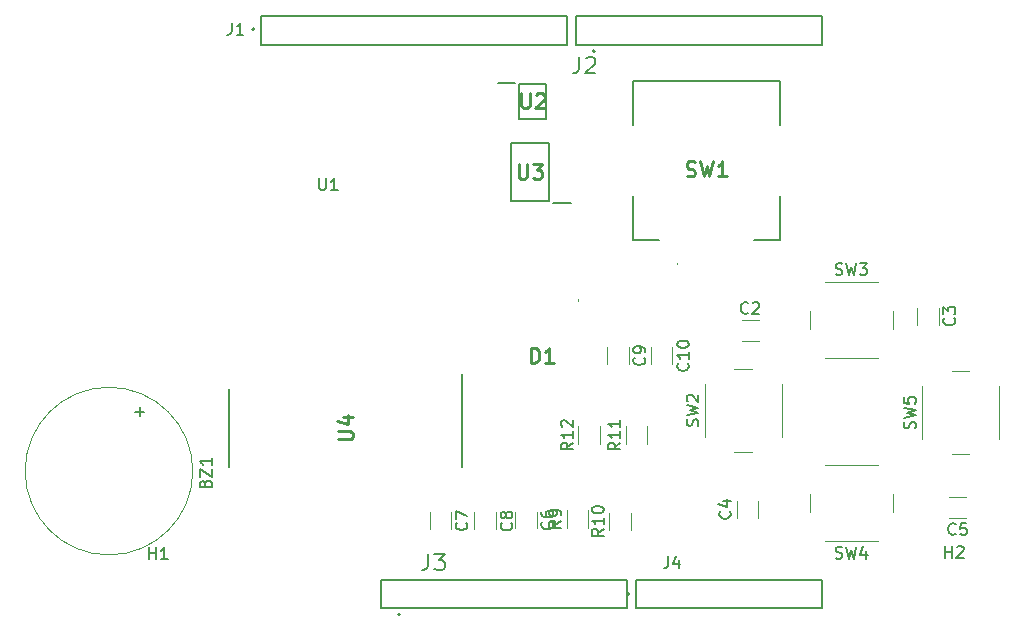
<source format=gbr>
%TF.GenerationSoftware,KiCad,Pcbnew,(5.1.10)-1*%
%TF.CreationDate,2021-12-06T12:22:38-06:00*%
%TF.ProjectId,FPGA-Shield,46504741-2d53-4686-9965-6c642e6b6963,rev?*%
%TF.SameCoordinates,Original*%
%TF.FileFunction,Legend,Top*%
%TF.FilePolarity,Positive*%
%FSLAX46Y46*%
G04 Gerber Fmt 4.6, Leading zero omitted, Abs format (unit mm)*
G04 Created by KiCad (PCBNEW (5.1.10)-1) date 2021-12-06 12:22:38*
%MOMM*%
%LPD*%
G01*
G04 APERTURE LIST*
%ADD10C,0.120000*%
%ADD11C,0.100000*%
%ADD12C,0.200000*%
%ADD13C,0.150000*%
%ADD14C,0.254000*%
G04 APERTURE END LIST*
D10*
%TO.C,R12*%
X138890000Y-75977064D02*
X138890000Y-74522936D01*
X140710000Y-75977064D02*
X140710000Y-74522936D01*
%TO.C,R11*%
X142890000Y-75977064D02*
X142890000Y-74522936D01*
X144710000Y-75977064D02*
X144710000Y-74522936D01*
%TO.C,R10*%
X141490000Y-83277064D02*
X141490000Y-81822936D01*
X143310000Y-83277064D02*
X143310000Y-81822936D01*
%TO.C,R9*%
X137890000Y-83077064D02*
X137890000Y-81622936D01*
X139710000Y-83077064D02*
X139710000Y-81622936D01*
%TO.C,C10*%
X146860000Y-67826248D02*
X146860000Y-69248752D01*
X145040000Y-67826248D02*
X145040000Y-69248752D01*
%TO.C,C9*%
X143160000Y-67826248D02*
X143160000Y-69248752D01*
X141340000Y-67826248D02*
X141340000Y-69248752D01*
%TO.C,C8*%
X131910000Y-81798748D02*
X131910000Y-83221252D01*
X130090000Y-81798748D02*
X130090000Y-83221252D01*
%TO.C,C7*%
X128110000Y-81788748D02*
X128110000Y-83211252D01*
X126290000Y-81788748D02*
X126290000Y-83211252D01*
%TO.C,C6*%
X135360000Y-81726248D02*
X135360000Y-83148752D01*
X133540000Y-81726248D02*
X133540000Y-83148752D01*
%TO.C,C5*%
X171711252Y-82310000D02*
X170288748Y-82310000D01*
X171711252Y-80490000D02*
X170288748Y-80490000D01*
%TO.C,C4*%
X152290000Y-82248752D02*
X152290000Y-80826248D01*
X154110000Y-82248752D02*
X154110000Y-80826248D01*
%TO.C,C3*%
X169410000Y-64476248D02*
X169410000Y-65898752D01*
X167590000Y-64476248D02*
X167590000Y-65898752D01*
%TO.C,C2*%
X152726248Y-65490000D02*
X154148752Y-65490000D01*
X152726248Y-67310000D02*
X154148752Y-67310000D01*
D11*
%TO.C,SW1*%
X147250000Y-60700000D02*
X147250000Y-60700000D01*
X147250000Y-60800000D02*
X147250000Y-60800000D01*
D12*
X143550000Y-55000000D02*
X143550000Y-58700000D01*
X143550000Y-58700000D02*
X145750000Y-58700000D01*
X155950000Y-55000000D02*
X155950000Y-58700000D01*
X155950000Y-58700000D02*
X153750000Y-58700000D01*
X143550000Y-49000000D02*
X143550000Y-45300000D01*
X143550000Y-45300000D02*
X155950000Y-45300000D01*
X155950000Y-45300000D02*
X155950000Y-49000000D01*
D11*
X147250000Y-60700000D02*
G75*
G02*
X147250000Y-60800000I0J-50000D01*
G01*
X147250000Y-60800000D02*
G75*
G02*
X147250000Y-60700000I0J50000D01*
G01*
D10*
%TO.C,BZ1*%
X106250000Y-78300000D02*
G75*
G03*
X106250000Y-78300000I-7100000J0D01*
G01*
D11*
%TO.C,D1*%
X138895000Y-63900000D02*
X138895000Y-63900000D01*
X138895000Y-63800000D02*
X138895000Y-63800000D01*
X138895000Y-63900000D02*
G75*
G02*
X138895000Y-63800000I0J50000D01*
G01*
X138895000Y-63800000D02*
G75*
G02*
X138895000Y-63900000I0J-50000D01*
G01*
D10*
%TO.C,SW2*%
X156100000Y-75400000D02*
X156100000Y-70900000D01*
X152100000Y-76650000D02*
X153600000Y-76650000D01*
X149600000Y-70900000D02*
X149600000Y-75400000D01*
X153600000Y-69650000D02*
X152100000Y-69650000D01*
%TO.C,SW3*%
X165500000Y-66250000D02*
X165500000Y-64750000D01*
X164250000Y-62250000D02*
X159750000Y-62250000D01*
X158500000Y-64750000D02*
X158500000Y-66250000D01*
X159750000Y-68750000D02*
X164250000Y-68750000D01*
%TO.C,SW4*%
X158500000Y-80250000D02*
X158500000Y-81750000D01*
X159750000Y-84250000D02*
X164250000Y-84250000D01*
X165500000Y-81750000D02*
X165500000Y-80250000D01*
X164250000Y-77750000D02*
X159750000Y-77750000D01*
%TO.C,SW5*%
X174500000Y-75600000D02*
X174500000Y-71100000D01*
X170500000Y-76850000D02*
X172000000Y-76850000D01*
X168000000Y-71100000D02*
X168000000Y-75600000D01*
X172000000Y-69850000D02*
X170500000Y-69850000D01*
D12*
%TO.C,U2*%
X132100000Y-45450000D02*
X133500000Y-45450000D01*
X133850000Y-48500000D02*
X133850000Y-45500000D01*
X136150000Y-48500000D02*
X133850000Y-48500000D01*
X136150000Y-45500000D02*
X136150000Y-48500000D01*
X133850000Y-45500000D02*
X136150000Y-45500000D01*
%TO.C,U3*%
X136400000Y-55450000D02*
X133200000Y-55450000D01*
X133200000Y-55450000D02*
X133200000Y-50550000D01*
X133200000Y-50550000D02*
X136400000Y-50550000D01*
X136400000Y-50550000D02*
X136400000Y-55450000D01*
X138275000Y-55580000D02*
X136750000Y-55580000D01*
%TO.C,U4*%
X129045000Y-70115000D02*
X129045000Y-77950000D01*
X109355000Y-71350000D02*
X109355000Y-77950000D01*
%TO.C,J1*%
X111469900Y-40900000D02*
G75*
G03*
X111469900Y-40900000I-100000J0D01*
G01*
X137924900Y-39795000D02*
X137924900Y-42205000D01*
X137924900Y-42205000D02*
X112014900Y-42205000D01*
X112014900Y-39795000D02*
X137924900Y-39795000D01*
X112014900Y-42205000D02*
X112014900Y-39795000D01*
%TO.C,J2*%
X138685000Y-39795000D02*
X159515000Y-39795000D01*
X159515000Y-39795000D02*
X159515000Y-42205000D01*
X159515000Y-42205000D02*
X138685000Y-42205000D01*
X138685000Y-42205000D02*
X138685000Y-39795000D01*
X140310000Y-42750000D02*
G75*
G03*
X140310000Y-42750000I-100000J0D01*
G01*
%TO.C,J3*%
X123820200Y-90450000D02*
G75*
G03*
X123820200Y-90450000I-100000J0D01*
G01*
X122195200Y-89905000D02*
X122195200Y-87495000D01*
X143025200Y-89905000D02*
X122195200Y-89905000D01*
X143025200Y-87495000D02*
X143025200Y-89905000D01*
X122195200Y-87495000D02*
X143025200Y-87495000D01*
%TO.C,J4*%
X143250000Y-88700000D02*
G75*
G03*
X143250000Y-88700000I-100000J0D01*
G01*
X143775000Y-89905000D02*
X143775000Y-87495000D01*
X159525000Y-89905000D02*
X143775000Y-89905000D01*
X159525000Y-87495000D02*
X159525000Y-89905000D01*
X143775000Y-87495000D02*
X159525000Y-87495000D01*
%TO.C,U1*%
D13*
X116938095Y-53502380D02*
X116938095Y-54311904D01*
X116985714Y-54407142D01*
X117033333Y-54454761D01*
X117128571Y-54502380D01*
X117319047Y-54502380D01*
X117414285Y-54454761D01*
X117461904Y-54407142D01*
X117509523Y-54311904D01*
X117509523Y-53502380D01*
X118509523Y-54502380D02*
X117938095Y-54502380D01*
X118223809Y-54502380D02*
X118223809Y-53502380D01*
X118128571Y-53645238D01*
X118033333Y-53740476D01*
X117938095Y-53788095D01*
%TO.C,H2*%
X169938095Y-85652380D02*
X169938095Y-84652380D01*
X169938095Y-85128571D02*
X170509523Y-85128571D01*
X170509523Y-85652380D02*
X170509523Y-84652380D01*
X170938095Y-84747619D02*
X170985714Y-84700000D01*
X171080952Y-84652380D01*
X171319047Y-84652380D01*
X171414285Y-84700000D01*
X171461904Y-84747619D01*
X171509523Y-84842857D01*
X171509523Y-84938095D01*
X171461904Y-85080952D01*
X170890476Y-85652380D01*
X171509523Y-85652380D01*
%TO.C,H1*%
X102538095Y-85752380D02*
X102538095Y-84752380D01*
X102538095Y-85228571D02*
X103109523Y-85228571D01*
X103109523Y-85752380D02*
X103109523Y-84752380D01*
X104109523Y-85752380D02*
X103538095Y-85752380D01*
X103823809Y-85752380D02*
X103823809Y-84752380D01*
X103728571Y-84895238D01*
X103633333Y-84990476D01*
X103538095Y-85038095D01*
%TO.C,R12*%
X138432380Y-75892857D02*
X137956190Y-76226190D01*
X138432380Y-76464285D02*
X137432380Y-76464285D01*
X137432380Y-76083333D01*
X137480000Y-75988095D01*
X137527619Y-75940476D01*
X137622857Y-75892857D01*
X137765714Y-75892857D01*
X137860952Y-75940476D01*
X137908571Y-75988095D01*
X137956190Y-76083333D01*
X137956190Y-76464285D01*
X138432380Y-74940476D02*
X138432380Y-75511904D01*
X138432380Y-75226190D02*
X137432380Y-75226190D01*
X137575238Y-75321428D01*
X137670476Y-75416666D01*
X137718095Y-75511904D01*
X137527619Y-74559523D02*
X137480000Y-74511904D01*
X137432380Y-74416666D01*
X137432380Y-74178571D01*
X137480000Y-74083333D01*
X137527619Y-74035714D01*
X137622857Y-73988095D01*
X137718095Y-73988095D01*
X137860952Y-74035714D01*
X138432380Y-74607142D01*
X138432380Y-73988095D01*
%TO.C,R11*%
X142432380Y-75892857D02*
X141956190Y-76226190D01*
X142432380Y-76464285D02*
X141432380Y-76464285D01*
X141432380Y-76083333D01*
X141480000Y-75988095D01*
X141527619Y-75940476D01*
X141622857Y-75892857D01*
X141765714Y-75892857D01*
X141860952Y-75940476D01*
X141908571Y-75988095D01*
X141956190Y-76083333D01*
X141956190Y-76464285D01*
X142432380Y-74940476D02*
X142432380Y-75511904D01*
X142432380Y-75226190D02*
X141432380Y-75226190D01*
X141575238Y-75321428D01*
X141670476Y-75416666D01*
X141718095Y-75511904D01*
X142432380Y-73988095D02*
X142432380Y-74559523D01*
X142432380Y-74273809D02*
X141432380Y-74273809D01*
X141575238Y-74369047D01*
X141670476Y-74464285D01*
X141718095Y-74559523D01*
%TO.C,R10*%
X141032380Y-83192857D02*
X140556190Y-83526190D01*
X141032380Y-83764285D02*
X140032380Y-83764285D01*
X140032380Y-83383333D01*
X140080000Y-83288095D01*
X140127619Y-83240476D01*
X140222857Y-83192857D01*
X140365714Y-83192857D01*
X140460952Y-83240476D01*
X140508571Y-83288095D01*
X140556190Y-83383333D01*
X140556190Y-83764285D01*
X141032380Y-82240476D02*
X141032380Y-82811904D01*
X141032380Y-82526190D02*
X140032380Y-82526190D01*
X140175238Y-82621428D01*
X140270476Y-82716666D01*
X140318095Y-82811904D01*
X140032380Y-81621428D02*
X140032380Y-81526190D01*
X140080000Y-81430952D01*
X140127619Y-81383333D01*
X140222857Y-81335714D01*
X140413333Y-81288095D01*
X140651428Y-81288095D01*
X140841904Y-81335714D01*
X140937142Y-81383333D01*
X140984761Y-81430952D01*
X141032380Y-81526190D01*
X141032380Y-81621428D01*
X140984761Y-81716666D01*
X140937142Y-81764285D01*
X140841904Y-81811904D01*
X140651428Y-81859523D01*
X140413333Y-81859523D01*
X140222857Y-81811904D01*
X140127619Y-81764285D01*
X140080000Y-81716666D01*
X140032380Y-81621428D01*
%TO.C,R9*%
X137432380Y-82516666D02*
X136956190Y-82850000D01*
X137432380Y-83088095D02*
X136432380Y-83088095D01*
X136432380Y-82707142D01*
X136480000Y-82611904D01*
X136527619Y-82564285D01*
X136622857Y-82516666D01*
X136765714Y-82516666D01*
X136860952Y-82564285D01*
X136908571Y-82611904D01*
X136956190Y-82707142D01*
X136956190Y-83088095D01*
X137432380Y-82040476D02*
X137432380Y-81850000D01*
X137384761Y-81754761D01*
X137337142Y-81707142D01*
X137194285Y-81611904D01*
X137003809Y-81564285D01*
X136622857Y-81564285D01*
X136527619Y-81611904D01*
X136480000Y-81659523D01*
X136432380Y-81754761D01*
X136432380Y-81945238D01*
X136480000Y-82040476D01*
X136527619Y-82088095D01*
X136622857Y-82135714D01*
X136860952Y-82135714D01*
X136956190Y-82088095D01*
X137003809Y-82040476D01*
X137051428Y-81945238D01*
X137051428Y-81754761D01*
X137003809Y-81659523D01*
X136956190Y-81611904D01*
X136860952Y-81564285D01*
%TO.C,C10*%
X148157142Y-69180357D02*
X148204761Y-69227976D01*
X148252380Y-69370833D01*
X148252380Y-69466071D01*
X148204761Y-69608928D01*
X148109523Y-69704166D01*
X148014285Y-69751785D01*
X147823809Y-69799404D01*
X147680952Y-69799404D01*
X147490476Y-69751785D01*
X147395238Y-69704166D01*
X147300000Y-69608928D01*
X147252380Y-69466071D01*
X147252380Y-69370833D01*
X147300000Y-69227976D01*
X147347619Y-69180357D01*
X148252380Y-68227976D02*
X148252380Y-68799404D01*
X148252380Y-68513690D02*
X147252380Y-68513690D01*
X147395238Y-68608928D01*
X147490476Y-68704166D01*
X147538095Y-68799404D01*
X147252380Y-67608928D02*
X147252380Y-67513690D01*
X147300000Y-67418452D01*
X147347619Y-67370833D01*
X147442857Y-67323214D01*
X147633333Y-67275595D01*
X147871428Y-67275595D01*
X148061904Y-67323214D01*
X148157142Y-67370833D01*
X148204761Y-67418452D01*
X148252380Y-67513690D01*
X148252380Y-67608928D01*
X148204761Y-67704166D01*
X148157142Y-67751785D01*
X148061904Y-67799404D01*
X147871428Y-67847023D01*
X147633333Y-67847023D01*
X147442857Y-67799404D01*
X147347619Y-67751785D01*
X147300000Y-67704166D01*
X147252380Y-67608928D01*
%TO.C,C9*%
X144457142Y-68704166D02*
X144504761Y-68751785D01*
X144552380Y-68894642D01*
X144552380Y-68989880D01*
X144504761Y-69132738D01*
X144409523Y-69227976D01*
X144314285Y-69275595D01*
X144123809Y-69323214D01*
X143980952Y-69323214D01*
X143790476Y-69275595D01*
X143695238Y-69227976D01*
X143600000Y-69132738D01*
X143552380Y-68989880D01*
X143552380Y-68894642D01*
X143600000Y-68751785D01*
X143647619Y-68704166D01*
X144552380Y-68227976D02*
X144552380Y-68037500D01*
X144504761Y-67942261D01*
X144457142Y-67894642D01*
X144314285Y-67799404D01*
X144123809Y-67751785D01*
X143742857Y-67751785D01*
X143647619Y-67799404D01*
X143600000Y-67847023D01*
X143552380Y-67942261D01*
X143552380Y-68132738D01*
X143600000Y-68227976D01*
X143647619Y-68275595D01*
X143742857Y-68323214D01*
X143980952Y-68323214D01*
X144076190Y-68275595D01*
X144123809Y-68227976D01*
X144171428Y-68132738D01*
X144171428Y-67942261D01*
X144123809Y-67847023D01*
X144076190Y-67799404D01*
X143980952Y-67751785D01*
%TO.C,C8*%
X133207142Y-82676666D02*
X133254761Y-82724285D01*
X133302380Y-82867142D01*
X133302380Y-82962380D01*
X133254761Y-83105238D01*
X133159523Y-83200476D01*
X133064285Y-83248095D01*
X132873809Y-83295714D01*
X132730952Y-83295714D01*
X132540476Y-83248095D01*
X132445238Y-83200476D01*
X132350000Y-83105238D01*
X132302380Y-82962380D01*
X132302380Y-82867142D01*
X132350000Y-82724285D01*
X132397619Y-82676666D01*
X132730952Y-82105238D02*
X132683333Y-82200476D01*
X132635714Y-82248095D01*
X132540476Y-82295714D01*
X132492857Y-82295714D01*
X132397619Y-82248095D01*
X132350000Y-82200476D01*
X132302380Y-82105238D01*
X132302380Y-81914761D01*
X132350000Y-81819523D01*
X132397619Y-81771904D01*
X132492857Y-81724285D01*
X132540476Y-81724285D01*
X132635714Y-81771904D01*
X132683333Y-81819523D01*
X132730952Y-81914761D01*
X132730952Y-82105238D01*
X132778571Y-82200476D01*
X132826190Y-82248095D01*
X132921428Y-82295714D01*
X133111904Y-82295714D01*
X133207142Y-82248095D01*
X133254761Y-82200476D01*
X133302380Y-82105238D01*
X133302380Y-81914761D01*
X133254761Y-81819523D01*
X133207142Y-81771904D01*
X133111904Y-81724285D01*
X132921428Y-81724285D01*
X132826190Y-81771904D01*
X132778571Y-81819523D01*
X132730952Y-81914761D01*
%TO.C,C7*%
X129407142Y-82666666D02*
X129454761Y-82714285D01*
X129502380Y-82857142D01*
X129502380Y-82952380D01*
X129454761Y-83095238D01*
X129359523Y-83190476D01*
X129264285Y-83238095D01*
X129073809Y-83285714D01*
X128930952Y-83285714D01*
X128740476Y-83238095D01*
X128645238Y-83190476D01*
X128550000Y-83095238D01*
X128502380Y-82952380D01*
X128502380Y-82857142D01*
X128550000Y-82714285D01*
X128597619Y-82666666D01*
X128502380Y-82333333D02*
X128502380Y-81666666D01*
X129502380Y-82095238D01*
%TO.C,C6*%
X136657142Y-82604166D02*
X136704761Y-82651785D01*
X136752380Y-82794642D01*
X136752380Y-82889880D01*
X136704761Y-83032738D01*
X136609523Y-83127976D01*
X136514285Y-83175595D01*
X136323809Y-83223214D01*
X136180952Y-83223214D01*
X135990476Y-83175595D01*
X135895238Y-83127976D01*
X135800000Y-83032738D01*
X135752380Y-82889880D01*
X135752380Y-82794642D01*
X135800000Y-82651785D01*
X135847619Y-82604166D01*
X135752380Y-81747023D02*
X135752380Y-81937500D01*
X135800000Y-82032738D01*
X135847619Y-82080357D01*
X135990476Y-82175595D01*
X136180952Y-82223214D01*
X136561904Y-82223214D01*
X136657142Y-82175595D01*
X136704761Y-82127976D01*
X136752380Y-82032738D01*
X136752380Y-81842261D01*
X136704761Y-81747023D01*
X136657142Y-81699404D01*
X136561904Y-81651785D01*
X136323809Y-81651785D01*
X136228571Y-81699404D01*
X136180952Y-81747023D01*
X136133333Y-81842261D01*
X136133333Y-82032738D01*
X136180952Y-82127976D01*
X136228571Y-82175595D01*
X136323809Y-82223214D01*
%TO.C,C5*%
X170833333Y-83607142D02*
X170785714Y-83654761D01*
X170642857Y-83702380D01*
X170547619Y-83702380D01*
X170404761Y-83654761D01*
X170309523Y-83559523D01*
X170261904Y-83464285D01*
X170214285Y-83273809D01*
X170214285Y-83130952D01*
X170261904Y-82940476D01*
X170309523Y-82845238D01*
X170404761Y-82750000D01*
X170547619Y-82702380D01*
X170642857Y-82702380D01*
X170785714Y-82750000D01*
X170833333Y-82797619D01*
X171738095Y-82702380D02*
X171261904Y-82702380D01*
X171214285Y-83178571D01*
X171261904Y-83130952D01*
X171357142Y-83083333D01*
X171595238Y-83083333D01*
X171690476Y-83130952D01*
X171738095Y-83178571D01*
X171785714Y-83273809D01*
X171785714Y-83511904D01*
X171738095Y-83607142D01*
X171690476Y-83654761D01*
X171595238Y-83702380D01*
X171357142Y-83702380D01*
X171261904Y-83654761D01*
X171214285Y-83607142D01*
%TO.C,C4*%
X151707142Y-81704166D02*
X151754761Y-81751785D01*
X151802380Y-81894642D01*
X151802380Y-81989880D01*
X151754761Y-82132738D01*
X151659523Y-82227976D01*
X151564285Y-82275595D01*
X151373809Y-82323214D01*
X151230952Y-82323214D01*
X151040476Y-82275595D01*
X150945238Y-82227976D01*
X150850000Y-82132738D01*
X150802380Y-81989880D01*
X150802380Y-81894642D01*
X150850000Y-81751785D01*
X150897619Y-81704166D01*
X151135714Y-80847023D02*
X151802380Y-80847023D01*
X150754761Y-81085119D02*
X151469047Y-81323214D01*
X151469047Y-80704166D01*
%TO.C,C3*%
X170707142Y-65354166D02*
X170754761Y-65401785D01*
X170802380Y-65544642D01*
X170802380Y-65639880D01*
X170754761Y-65782738D01*
X170659523Y-65877976D01*
X170564285Y-65925595D01*
X170373809Y-65973214D01*
X170230952Y-65973214D01*
X170040476Y-65925595D01*
X169945238Y-65877976D01*
X169850000Y-65782738D01*
X169802380Y-65639880D01*
X169802380Y-65544642D01*
X169850000Y-65401785D01*
X169897619Y-65354166D01*
X169802380Y-65020833D02*
X169802380Y-64401785D01*
X170183333Y-64735119D01*
X170183333Y-64592261D01*
X170230952Y-64497023D01*
X170278571Y-64449404D01*
X170373809Y-64401785D01*
X170611904Y-64401785D01*
X170707142Y-64449404D01*
X170754761Y-64497023D01*
X170802380Y-64592261D01*
X170802380Y-64877976D01*
X170754761Y-64973214D01*
X170707142Y-65020833D01*
%TO.C,C2*%
X153270833Y-64907142D02*
X153223214Y-64954761D01*
X153080357Y-65002380D01*
X152985119Y-65002380D01*
X152842261Y-64954761D01*
X152747023Y-64859523D01*
X152699404Y-64764285D01*
X152651785Y-64573809D01*
X152651785Y-64430952D01*
X152699404Y-64240476D01*
X152747023Y-64145238D01*
X152842261Y-64050000D01*
X152985119Y-64002380D01*
X153080357Y-64002380D01*
X153223214Y-64050000D01*
X153270833Y-64097619D01*
X153651785Y-64097619D02*
X153699404Y-64050000D01*
X153794642Y-64002380D01*
X154032738Y-64002380D01*
X154127976Y-64050000D01*
X154175595Y-64097619D01*
X154223214Y-64192857D01*
X154223214Y-64288095D01*
X154175595Y-64430952D01*
X153604166Y-65002380D01*
X154223214Y-65002380D01*
%TO.C,SW1*%
D14*
X148056666Y-53289047D02*
X148238095Y-53349523D01*
X148540476Y-53349523D01*
X148661428Y-53289047D01*
X148721904Y-53228571D01*
X148782380Y-53107619D01*
X148782380Y-52986666D01*
X148721904Y-52865714D01*
X148661428Y-52805238D01*
X148540476Y-52744761D01*
X148298571Y-52684285D01*
X148177619Y-52623809D01*
X148117142Y-52563333D01*
X148056666Y-52442380D01*
X148056666Y-52321428D01*
X148117142Y-52200476D01*
X148177619Y-52140000D01*
X148298571Y-52079523D01*
X148600952Y-52079523D01*
X148782380Y-52140000D01*
X149205714Y-52079523D02*
X149508095Y-53349523D01*
X149750000Y-52442380D01*
X149991904Y-53349523D01*
X150294285Y-52079523D01*
X151443333Y-53349523D02*
X150717619Y-53349523D01*
X151080476Y-53349523D02*
X151080476Y-52079523D01*
X150959523Y-52260952D01*
X150838571Y-52381904D01*
X150717619Y-52442380D01*
%TO.C,BZ1*%
D13*
X107308571Y-79340952D02*
X107356190Y-79198095D01*
X107403809Y-79150476D01*
X107499047Y-79102857D01*
X107641904Y-79102857D01*
X107737142Y-79150476D01*
X107784761Y-79198095D01*
X107832380Y-79293333D01*
X107832380Y-79674285D01*
X106832380Y-79674285D01*
X106832380Y-79340952D01*
X106880000Y-79245714D01*
X106927619Y-79198095D01*
X107022857Y-79150476D01*
X107118095Y-79150476D01*
X107213333Y-79198095D01*
X107260952Y-79245714D01*
X107308571Y-79340952D01*
X107308571Y-79674285D01*
X106832380Y-78769523D02*
X106832380Y-78102857D01*
X107832380Y-78769523D01*
X107832380Y-78102857D01*
X107832380Y-77198095D02*
X107832380Y-77769523D01*
X107832380Y-77483809D02*
X106832380Y-77483809D01*
X106975238Y-77579047D01*
X107070476Y-77674285D01*
X107118095Y-77769523D01*
X101761428Y-73670952D02*
X101761428Y-72909047D01*
X102142380Y-73290000D02*
X101380476Y-73290000D01*
%TO.C,D1*%
D14*
X134862619Y-69124523D02*
X134862619Y-67854523D01*
X135165000Y-67854523D01*
X135346428Y-67915000D01*
X135467380Y-68035952D01*
X135527857Y-68156904D01*
X135588333Y-68398809D01*
X135588333Y-68580238D01*
X135527857Y-68822142D01*
X135467380Y-68943095D01*
X135346428Y-69064047D01*
X135165000Y-69124523D01*
X134862619Y-69124523D01*
X136797857Y-69124523D02*
X136072142Y-69124523D01*
X136435000Y-69124523D02*
X136435000Y-67854523D01*
X136314047Y-68035952D01*
X136193095Y-68156904D01*
X136072142Y-68217380D01*
%TO.C,SW2*%
D13*
X149004761Y-74483333D02*
X149052380Y-74340476D01*
X149052380Y-74102380D01*
X149004761Y-74007142D01*
X148957142Y-73959523D01*
X148861904Y-73911904D01*
X148766666Y-73911904D01*
X148671428Y-73959523D01*
X148623809Y-74007142D01*
X148576190Y-74102380D01*
X148528571Y-74292857D01*
X148480952Y-74388095D01*
X148433333Y-74435714D01*
X148338095Y-74483333D01*
X148242857Y-74483333D01*
X148147619Y-74435714D01*
X148100000Y-74388095D01*
X148052380Y-74292857D01*
X148052380Y-74054761D01*
X148100000Y-73911904D01*
X148052380Y-73578571D02*
X149052380Y-73340476D01*
X148338095Y-73150000D01*
X149052380Y-72959523D01*
X148052380Y-72721428D01*
X148147619Y-72388095D02*
X148100000Y-72340476D01*
X148052380Y-72245238D01*
X148052380Y-72007142D01*
X148100000Y-71911904D01*
X148147619Y-71864285D01*
X148242857Y-71816666D01*
X148338095Y-71816666D01*
X148480952Y-71864285D01*
X149052380Y-72435714D01*
X149052380Y-71816666D01*
%TO.C,SW3*%
X160666666Y-61654761D02*
X160809523Y-61702380D01*
X161047619Y-61702380D01*
X161142857Y-61654761D01*
X161190476Y-61607142D01*
X161238095Y-61511904D01*
X161238095Y-61416666D01*
X161190476Y-61321428D01*
X161142857Y-61273809D01*
X161047619Y-61226190D01*
X160857142Y-61178571D01*
X160761904Y-61130952D01*
X160714285Y-61083333D01*
X160666666Y-60988095D01*
X160666666Y-60892857D01*
X160714285Y-60797619D01*
X160761904Y-60750000D01*
X160857142Y-60702380D01*
X161095238Y-60702380D01*
X161238095Y-60750000D01*
X161571428Y-60702380D02*
X161809523Y-61702380D01*
X162000000Y-60988095D01*
X162190476Y-61702380D01*
X162428571Y-60702380D01*
X162714285Y-60702380D02*
X163333333Y-60702380D01*
X163000000Y-61083333D01*
X163142857Y-61083333D01*
X163238095Y-61130952D01*
X163285714Y-61178571D01*
X163333333Y-61273809D01*
X163333333Y-61511904D01*
X163285714Y-61607142D01*
X163238095Y-61654761D01*
X163142857Y-61702380D01*
X162857142Y-61702380D01*
X162761904Y-61654761D01*
X162714285Y-61607142D01*
%TO.C,SW4*%
X160666666Y-85654761D02*
X160809523Y-85702380D01*
X161047619Y-85702380D01*
X161142857Y-85654761D01*
X161190476Y-85607142D01*
X161238095Y-85511904D01*
X161238095Y-85416666D01*
X161190476Y-85321428D01*
X161142857Y-85273809D01*
X161047619Y-85226190D01*
X160857142Y-85178571D01*
X160761904Y-85130952D01*
X160714285Y-85083333D01*
X160666666Y-84988095D01*
X160666666Y-84892857D01*
X160714285Y-84797619D01*
X160761904Y-84750000D01*
X160857142Y-84702380D01*
X161095238Y-84702380D01*
X161238095Y-84750000D01*
X161571428Y-84702380D02*
X161809523Y-85702380D01*
X162000000Y-84988095D01*
X162190476Y-85702380D01*
X162428571Y-84702380D01*
X163238095Y-85035714D02*
X163238095Y-85702380D01*
X163000000Y-84654761D02*
X162761904Y-85369047D01*
X163380952Y-85369047D01*
%TO.C,SW5*%
X167404761Y-74683333D02*
X167452380Y-74540476D01*
X167452380Y-74302380D01*
X167404761Y-74207142D01*
X167357142Y-74159523D01*
X167261904Y-74111904D01*
X167166666Y-74111904D01*
X167071428Y-74159523D01*
X167023809Y-74207142D01*
X166976190Y-74302380D01*
X166928571Y-74492857D01*
X166880952Y-74588095D01*
X166833333Y-74635714D01*
X166738095Y-74683333D01*
X166642857Y-74683333D01*
X166547619Y-74635714D01*
X166500000Y-74588095D01*
X166452380Y-74492857D01*
X166452380Y-74254761D01*
X166500000Y-74111904D01*
X166452380Y-73778571D02*
X167452380Y-73540476D01*
X166738095Y-73350000D01*
X167452380Y-73159523D01*
X166452380Y-72921428D01*
X166452380Y-72064285D02*
X166452380Y-72540476D01*
X166928571Y-72588095D01*
X166880952Y-72540476D01*
X166833333Y-72445238D01*
X166833333Y-72207142D01*
X166880952Y-72111904D01*
X166928571Y-72064285D01*
X167023809Y-72016666D01*
X167261904Y-72016666D01*
X167357142Y-72064285D01*
X167404761Y-72111904D01*
X167452380Y-72207142D01*
X167452380Y-72445238D01*
X167404761Y-72540476D01*
X167357142Y-72588095D01*
%TO.C,U2*%
D14*
X134032380Y-46304523D02*
X134032380Y-47332619D01*
X134092857Y-47453571D01*
X134153333Y-47514047D01*
X134274285Y-47574523D01*
X134516190Y-47574523D01*
X134637142Y-47514047D01*
X134697619Y-47453571D01*
X134758095Y-47332619D01*
X134758095Y-46304523D01*
X135302380Y-46425476D02*
X135362857Y-46365000D01*
X135483809Y-46304523D01*
X135786190Y-46304523D01*
X135907142Y-46365000D01*
X135967619Y-46425476D01*
X136028095Y-46546428D01*
X136028095Y-46667380D01*
X135967619Y-46848809D01*
X135241904Y-47574523D01*
X136028095Y-47574523D01*
%TO.C,U3*%
X133832380Y-52304523D02*
X133832380Y-53332619D01*
X133892857Y-53453571D01*
X133953333Y-53514047D01*
X134074285Y-53574523D01*
X134316190Y-53574523D01*
X134437142Y-53514047D01*
X134497619Y-53453571D01*
X134558095Y-53332619D01*
X134558095Y-52304523D01*
X135041904Y-52304523D02*
X135828095Y-52304523D01*
X135404761Y-52788333D01*
X135586190Y-52788333D01*
X135707142Y-52848809D01*
X135767619Y-52909285D01*
X135828095Y-53030238D01*
X135828095Y-53332619D01*
X135767619Y-53453571D01*
X135707142Y-53514047D01*
X135586190Y-53574523D01*
X135223333Y-53574523D01*
X135102380Y-53514047D01*
X135041904Y-53453571D01*
%TO.C,U4*%
X118504523Y-75617619D02*
X119532619Y-75617619D01*
X119653571Y-75557142D01*
X119714047Y-75496666D01*
X119774523Y-75375714D01*
X119774523Y-75133809D01*
X119714047Y-75012857D01*
X119653571Y-74952380D01*
X119532619Y-74891904D01*
X118504523Y-74891904D01*
X118927857Y-73742857D02*
X119774523Y-73742857D01*
X118444047Y-74045238D02*
X119351190Y-74347619D01*
X119351190Y-73561428D01*
%TO.C,J1*%
D13*
X109536566Y-40352380D02*
X109536566Y-41066666D01*
X109488947Y-41209523D01*
X109393709Y-41304761D01*
X109250852Y-41352380D01*
X109155614Y-41352380D01*
X110536566Y-41352380D02*
X109965138Y-41352380D01*
X110250852Y-41352380D02*
X110250852Y-40352380D01*
X110155614Y-40495238D01*
X110060376Y-40590476D01*
X109965138Y-40638095D01*
%TO.C,J2*%
X138933333Y-43233333D02*
X138933333Y-44233333D01*
X138866666Y-44433333D01*
X138733333Y-44566666D01*
X138533333Y-44633333D01*
X138400000Y-44633333D01*
X139533333Y-43366666D02*
X139600000Y-43300000D01*
X139733333Y-43233333D01*
X140066666Y-43233333D01*
X140200000Y-43300000D01*
X140266666Y-43366666D01*
X140333333Y-43500000D01*
X140333333Y-43633333D01*
X140266666Y-43833333D01*
X139466666Y-44633333D01*
X140333333Y-44633333D01*
%TO.C,J3*%
X126173533Y-85294333D02*
X126173533Y-86294333D01*
X126106866Y-86494333D01*
X125973533Y-86627666D01*
X125773533Y-86694333D01*
X125640200Y-86694333D01*
X126706866Y-85294333D02*
X127573533Y-85294333D01*
X127106866Y-85827666D01*
X127306866Y-85827666D01*
X127440200Y-85894333D01*
X127506866Y-85961000D01*
X127573533Y-86094333D01*
X127573533Y-86427666D01*
X127506866Y-86561000D01*
X127440200Y-86627666D01*
X127306866Y-86694333D01*
X126906866Y-86694333D01*
X126773533Y-86627666D01*
X126706866Y-86561000D01*
%TO.C,J4*%
X146491666Y-85517380D02*
X146491666Y-86231666D01*
X146444047Y-86374523D01*
X146348809Y-86469761D01*
X146205952Y-86517380D01*
X146110714Y-86517380D01*
X147396428Y-85850714D02*
X147396428Y-86517380D01*
X147158333Y-85469761D02*
X146920238Y-86184047D01*
X147539285Y-86184047D01*
%TD*%
M02*

</source>
